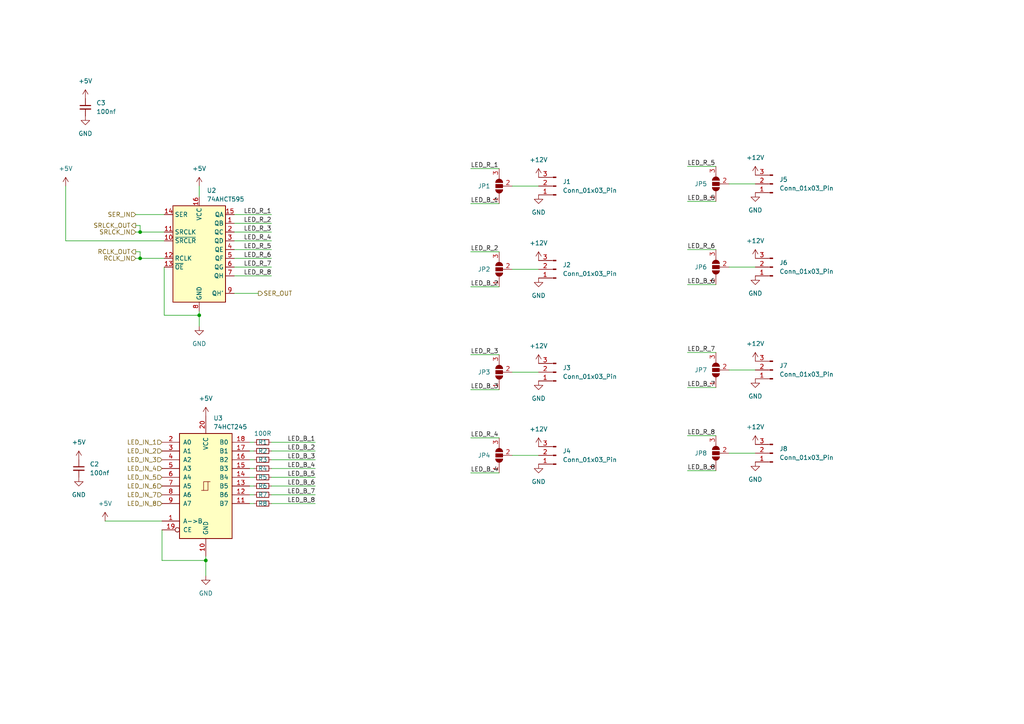
<source format=kicad_sch>
(kicad_sch (version 20230121) (generator eeschema)
  (paper "A4")
  (lib_symbols
    (symbol "74xx:74HC245" (pin_names (offset 1.016))
      (property "Reference" "U" (at -7.62 16.51 0))
      (property "Value" "74HC245" (at -7.62 -16.51 0))
      (symbol "74HC245_1_0"
        (polyline (pts (xy -0.635 -1.27) (xy -0.635 1.27) (xy 0.635 1.27)))
        (polyline (pts (xy -1.27 -1.27) (xy 0.635 -1.27) (xy 0.635 1.27) (xy 1.27 1.27)))
        (pin input line (at -12.7 -10.16 0) (length 5.08) (name "A->B") (number "1"))
        (pin power_in line (at 0 -20.32 90) (length 5.08) (name "GND") (number "10"))
        (pin tri_state line (at 12.7 -5.08 180) (length 5.08) (name "B7") (number "11"))
        (pin tri_state line (at 12.7 -2.54 180) (length 5.08) (name "B6") (number "12"))
        (pin tri_state line (at 12.7 0 180) (length 5.08) (name "B5") (number "13"))
        (pin tri_state line (at 12.7 2.54 180) (length 5.08) (name "B4") (number "14"))
        (pin tri_state line (at 12.7 5.08 180) (length 5.08) (name "B3") (number "15"))
        (pin tri_state line (at 12.7 7.62 180) (length 5.08) (name "B2") (number "16"))
        (pin tri_state line (at 12.7 10.16 180) (length 5.08) (name "B1") (number "17"))
        (pin tri_state line (at 12.7 12.7 180) (length 5.08) (name "B0") (number "18"))
        (pin input inverted (at -12.7 -12.7 0) (length 5.08) (name "CE") (number "19"))
        (pin tri_state line (at -12.7 12.7 0) (length 5.08) (name "A0") (number "2"))
        (pin power_in line (at 0 20.32 270) (length 5.08) (name "VCC") (number "20"))
        (pin tri_state line (at -12.7 10.16 0) (length 5.08) (name "A1") (number "3"))
        (pin tri_state line (at -12.7 7.62 0) (length 5.08) (name "A2") (number "4"))
        (pin tri_state line (at -12.7 5.08 0) (length 5.08) (name "A3") (number "5"))
        (pin tri_state line (at -12.7 2.54 0) (length 5.08) (name "A4") (number "6"))
        (pin tri_state line (at -12.7 0 0) (length 5.08) (name "A5") (number "7"))
        (pin tri_state line (at -12.7 -2.54 0) (length 5.08) (name "A6") (number "8"))
        (pin tri_state line (at -12.7 -5.08 0) (length 5.08) (name "A7") (number "9"))
      )
      (symbol "74HC245_1_1"
        (rectangle (start -7.62 15.24) (end 7.62 -15.24) (stroke (width 0.254)) (fill (type background)))
      )
    )
    (symbol "74xx:74HCT595"
      (property "Reference" "U" (at -7.62 13.97 0))
      (property "Value" "74HCT595" (at -7.62 -16.51 0))
      (symbol "74HCT595_1_0"
        (pin tri_state line (at 10.16 7.62 180) (length 2.54) (name "QB") (number "1"))
        (pin input line (at -10.16 2.54 0) (length 2.54) (name "~{SRCLR}") (number "10"))
        (pin input line (at -10.16 5.08 0) (length 2.54) (name "SRCLK") (number "11"))
        (pin input line (at -10.16 -2.54 0) (length 2.54) (name "RCLK") (number "12"))
        (pin input line (at -10.16 -5.08 0) (length 2.54) (name "~{OE}") (number "13"))
        (pin input line (at -10.16 10.16 0) (length 2.54) (name "SER") (number "14"))
        (pin tri_state line (at 10.16 10.16 180) (length 2.54) (name "QA") (number "15"))
        (pin power_in line (at 0 15.24 270) (length 2.54) (name "VCC") (number "16"))
        (pin tri_state line (at 10.16 5.08 180) (length 2.54) (name "QC") (number "2"))
        (pin tri_state line (at 10.16 2.54 180) (length 2.54) (name "QD") (number "3"))
        (pin tri_state line (at 10.16 0 180) (length 2.54) (name "QE") (number "4"))
        (pin tri_state line (at 10.16 -2.54 180) (length 2.54) (name "QF") (number "5"))
        (pin tri_state line (at 10.16 -5.08 180) (length 2.54) (name "QG") (number "6"))
        (pin tri_state line (at 10.16 -7.62 180) (length 2.54) (name "QH") (number "7"))
        (pin power_in line (at 0 -17.78 90) (length 2.54) (name "GND") (number "8"))
        (pin output line (at 10.16 -12.7 180) (length 2.54) (name "QH'") (number "9"))
      )
      (symbol "74HCT595_1_1"
        (rectangle (start -7.62 12.7) (end 7.62 -15.24) (stroke (width 0.254)) (fill (type background)))
      )
    )
    (symbol "Connector:Conn_01x03_Pin" (pin_names (offset 1.016) hide)
      (property "Reference" "J" (at 0 5.08 0))
      (property "Value" "Conn_01x03_Pin" (at 0 -5.08 0))
      (symbol "Conn_01x03_Pin_1_1"
        (polyline (pts (xy 1.27 -2.54) (xy 0.8636 -2.54)) (stroke (width 0.1524)))
        (polyline (pts (xy 1.27 0) (xy 0.8636 0)) (stroke (width 0.1524)))
        (polyline (pts (xy 1.27 2.54) (xy 0.8636 2.54)) (stroke (width 0.1524)))
        (rectangle (start 0.8636 -2.413) (end 0 -2.667) (stroke (width 0.1524)) (fill (type outline)))
        (rectangle (start 0.8636 0.127) (end 0 -0.127) (stroke (width 0.1524)) (fill (type outline)))
        (rectangle (start 0.8636 2.667) (end 0 2.413) (stroke (width 0.1524)) (fill (type outline)))
        (pin passive line (at 5.08 2.54 180) (length 3.81) (name "Pin_1") (number "1"))
        (pin passive line (at 5.08 0 180) (length 3.81) (name "Pin_2") (number "2"))
        (pin passive line (at 5.08 -2.54 180) (length 3.81) (name "Pin_3") (number "3"))
      )
    )
    (symbol "Device:C_Small" (pin_numbers hide) (pin_names (offset 0.254) hide)
      (property "Reference" "C" (at 0.254 1.778 0))
      (property "Value" "C_Small" (at 0.254 -2.032 0))
      (symbol "C_Small_0_1"
        (polyline (pts (xy -1.524 -0.508) (xy 1.524 -0.508)) (stroke (width 0.3302)))
        (polyline (pts (xy -1.524 0.508) (xy 1.524 0.508)) (stroke (width 0.3048)))
      )
      (symbol "C_Small_1_1"
        (pin passive line (at 0 2.54 270) (length 2.032) (name "~") (number "1"))
        (pin passive line (at 0 -2.54 90) (length 2.032) (name "~") (number "2"))
      )
    )
    (symbol "Device:R_Small" (pin_numbers hide) (pin_names (offset 0.254) hide)
      (property "Reference" "R" (at 0.762 0.508 0))
      (property "Value" "R_Small" (at 0.762 -1.016 0))
      (symbol "R_Small_0_1"
        (rectangle (start -0.762 1.778) (end 0.762 -1.778) (stroke (width 0.2032)))
      )
      (symbol "R_Small_1_1"
        (pin passive line (at 0 2.54 270) (length 0.762) (name "~") (number "1"))
        (pin passive line (at 0 -2.54 90) (length 0.762) (name "~") (number "2"))
      )
    )
    (symbol "Jumper:SolderJumper_3_Open" (pin_names (offset 0) hide)
      (property "Reference" "JP" (at -2.54 -2.54 0))
      (property "Value" "SolderJumper_3_Open" (at 0 2.794 0))
      (symbol "SolderJumper_3_Open_0_1"
        (arc (start -1.016 1.016) (mid -2.0276 0) (end -1.016 -1.016))
        (arc (start -1.016 1.016) (mid -2.0276 0) (end -1.016 -1.016) (fill (type outline)))
        (rectangle (start -0.508 1.016) (end 0.508 -1.016) (fill (type outline)))
        (polyline (pts (xy -2.54 0) (xy -2.032 0)))
        (polyline (pts (xy -1.016 1.016) (xy -1.016 -1.016)))
        (polyline (pts (xy 0 -1.27) (xy 0 -1.016)))
        (polyline (pts (xy 1.016 1.016) (xy 1.016 -1.016)))
        (polyline (pts (xy 2.54 0) (xy 2.032 0)))
        (arc (start 1.016 -1.016) (mid 2.0276 0) (end 1.016 1.016))
        (arc (start 1.016 -1.016) (mid 2.0276 0) (end 1.016 1.016) (fill (type outline)))
      )
      (symbol "SolderJumper_3_Open_1_1"
        (pin passive line (at -5.08 0 0) (length 2.54) (name "A") (number "1"))
        (pin passive line (at 0 -3.81 90) (length 2.54) (name "C") (number "2"))
        (pin passive line (at 5.08 0 180) (length 2.54) (name "B") (number "3"))
      )
    )
    (symbol "power:+12V" (power) (pin_names (offset 0))
      (property "Value" "+12V" (at 0 3.556 0))
      (symbol "+12V_0_1"
        (polyline (pts (xy -0.762 1.27) (xy 0 2.54)))
        (polyline (pts (xy 0 0) (xy 0 2.54)))
        (polyline (pts (xy 0 2.54) (xy 0.762 1.27)))
      )
      (symbol "+12V_1_1"
        (pin power_in line (at 0 0 90) (length 0) hide (name "+12V") (number "1"))
      )
    )
    (symbol "power:+5V" (power) (pin_names (offset 0))
      (property "Value" "+5V" (at 0 3.556 0))
      (symbol "+5V_0_1"
        (polyline (pts (xy -0.762 1.27) (xy 0 2.54)))
        (polyline (pts (xy 0 0) (xy 0 2.54)))
        (polyline (pts (xy 0 2.54) (xy 0.762 1.27)))
      )
      (symbol "+5V_1_1"
        (pin power_in line (at 0 0 90) (length 0) hide (name "+5V") (number "1"))
      )
    )
    (symbol "power:GND" (power) (pin_names (offset 0))
      (property "Value" "GND" (at 0 -3.81 0))
      (symbol "GND_0_1"
        (polyline (pts (xy 0 0) (xy 0 -1.27) (xy 1.27 -1.27) (xy 0 -2.54) (xy -1.27 -1.27) (xy 0 -1.27)))
      )
      (symbol "GND_1_1"
        (pin power_in line (at 0 0 270) (length 0) hide (name "GND") (number "1"))
      )
    )
  )
  (junction (at 40.64 74.93))
  (junction (at 59.69 162.56))
  (junction (at 40.64 67.31))
  (junction (at 57.785 91.44))
  (wire (pts (xy 73.66 130.81) (xy 72.39 130.81)))
  (wire (pts (xy 136.525 127) (xy 144.78 127)))
  (wire (pts (xy 148.59 53.975) (xy 156.21 53.975)))
  (wire (pts (xy 47.625 77.47) (xy 47.625 91.44)))
  (wire (pts (xy 211.455 107.315) (xy 219.075 107.315)))
  (wire (pts (xy 136.525 113.03) (xy 144.78 113.03)))
  (wire (pts (xy 91.44 130.81) (xy 78.74 130.81)))
  (wire (pts (xy 73.66 138.43) (xy 72.39 138.43)))
  (wire (pts (xy 136.525 73.025) (xy 144.78 73.025)))
  (wire (pts (xy 39.37 73.025) (xy 40.64 73.025)))
  (wire (pts (xy 136.525 59.055) (xy 144.78 59.055)))
  (wire (pts (xy 78.74 80.01) (xy 67.945 80.01)))
  (wire (pts (xy 199.39 102.235) (xy 207.645 102.235)))
  (wire (pts (xy 199.39 126.365) (xy 207.645 126.365)))
  (wire (pts (xy 78.74 62.23) (xy 67.945 62.23)))
  (wire (pts (xy 199.39 82.55) (xy 207.645 82.55)))
  (wire (pts (xy 136.525 48.895) (xy 144.78 48.895)))
  (wire (pts (xy 148.59 78.105) (xy 156.21 78.105)))
  (wire (pts (xy 199.39 112.395) (xy 207.645 112.395)))
  (wire (pts (xy 40.64 73.025) (xy 40.64 74.93)))
  (wire (pts (xy 78.74 77.47) (xy 67.945 77.47)))
  (wire (pts (xy 40.64 74.93) (xy 47.625 74.93)))
  (wire (pts (xy 148.59 132.08) (xy 156.21 132.08)))
  (wire (pts (xy 73.66 135.89) (xy 72.39 135.89)))
  (wire (pts (xy 91.44 138.43) (xy 78.74 138.43)))
  (wire (pts (xy 148.59 107.95) (xy 156.21 107.95)))
  (wire (pts (xy 73.66 133.35) (xy 72.39 133.35)))
  (wire (pts (xy 30.48 151.13) (xy 46.99 151.13)))
  (wire (pts (xy 91.44 133.35) (xy 78.74 133.35)))
  (wire (pts (xy 57.785 94.615) (xy 57.785 91.44)))
  (wire (pts (xy 57.785 53.975) (xy 57.785 57.15)))
  (wire (pts (xy 199.39 136.525) (xy 207.645 136.525)))
  (wire (pts (xy 199.39 58.42) (xy 207.645 58.42)))
  (wire (pts (xy 136.525 137.16) (xy 144.78 137.16)))
  (wire (pts (xy 199.39 48.26) (xy 207.645 48.26)))
  (wire (pts (xy 73.66 143.51) (xy 72.39 143.51)))
  (wire (pts (xy 78.74 64.77) (xy 67.945 64.77)))
  (wire (pts (xy 136.525 83.185) (xy 144.78 83.185)))
  (wire (pts (xy 78.74 72.39) (xy 67.945 72.39)))
  (wire (pts (xy 91.44 135.89) (xy 78.74 135.89)))
  (wire (pts (xy 19.05 69.85) (xy 47.625 69.85)))
  (wire (pts (xy 78.74 74.93) (xy 67.945 74.93)))
  (wire (pts (xy 136.525 102.87) (xy 144.78 102.87)))
  (wire (pts (xy 91.44 128.27) (xy 78.74 128.27)))
  (wire (pts (xy 91.44 143.51) (xy 78.74 143.51)))
  (wire (pts (xy 78.74 69.85) (xy 67.945 69.85)))
  (wire (pts (xy 40.64 67.31) (xy 47.625 67.31)))
  (wire (pts (xy 91.44 146.05) (xy 78.74 146.05)))
  (wire (pts (xy 78.74 67.31) (xy 67.945 67.31)))
  (wire (pts (xy 91.44 140.97) (xy 78.74 140.97)))
  (wire (pts (xy 74.93 85.09) (xy 67.945 85.09)))
  (wire (pts (xy 47.625 91.44) (xy 57.785 91.44)))
  (wire (pts (xy 46.99 153.67) (xy 46.99 162.56)))
  (wire (pts (xy 39.37 62.23) (xy 47.625 62.23)))
  (wire (pts (xy 39.37 67.31) (xy 40.64 67.31)))
  (wire (pts (xy 73.66 128.27) (xy 72.39 128.27)))
  (wire (pts (xy 57.785 91.44) (xy 57.785 90.17)))
  (wire (pts (xy 59.69 167.005) (xy 59.69 162.56)))
  (wire (pts (xy 211.455 77.47) (xy 219.075 77.47)))
  (wire (pts (xy 199.39 72.39) (xy 207.645 72.39)))
  (wire (pts (xy 211.455 131.445) (xy 219.075 131.445)))
  (wire (pts (xy 39.37 65.405) (xy 40.64 65.405)))
  (wire (pts (xy 73.66 140.97) (xy 72.39 140.97)))
  (wire (pts (xy 19.05 53.975) (xy 19.05 69.85)))
  (wire (pts (xy 39.37 74.93) (xy 40.64 74.93)))
  (wire (pts (xy 40.64 65.405) (xy 40.64 67.31)))
  (wire (pts (xy 211.455 53.34) (xy 219.075 53.34)))
  (wire (pts (xy 46.99 162.56) (xy 59.69 162.56)))
  (wire (pts (xy 59.69 162.56) (xy 59.69 161.29)))
  (wire (pts (xy 73.66 146.05) (xy 72.39 146.05)))
  (label "LED_B_3" (at 136.525 113.03 0))
  (label "LED_B_2" (at 91.44 130.81 180))
  (label "LED_R_6" (at 78.74 74.93 180))
  (label "LED_B_8" (at 91.44 146.05 180))
  (label "LED_R_4" (at 78.74 69.85 180))
  (label "LED_B_4" (at 91.44 135.89 180))
  (label "LED_B_6" (at 199.39 82.55 0))
  (label "LED_R_5" (at 78.74 72.39 180))
  (label "LED_R_8" (at 199.39 126.365 0))
  (label "LED_B_5" (at 199.39 58.42 0))
  (label "LED_R_1" (at 136.525 48.895 0))
  (label "LED_B_2" (at 136.525 83.185 0))
  (label "LED_R_2" (at 78.74 64.77 180))
  (label "LED_R_1" (at 78.74 62.23 180))
  (label "LED_B_1" (at 136.525 59.055 0))
  (label "LED_R_8" (at 78.74 80.01 180))
  (label "LED_R_3" (at 136.525 102.87 0))
  (label "LED_R_5" (at 199.39 48.26 0))
  (label "LED_R_3" (at 78.74 67.31 180))
  (label "LED_R_6" (at 199.39 72.39 0))
  (label "LED_R_4" (at 136.525 127 0))
  (label "LED_R_7" (at 199.39 102.235 0))
  (label "LED_R_7" (at 78.74 77.47 180))
  (label "LED_B_7" (at 199.39 112.395 0))
  (label "LED_R_2" (at 136.525 73.025 0))
  (label "LED_B_6" (at 91.44 140.97 180))
  (label "LED_B_1" (at 91.44 128.27 180))
  (label "LED_B_5" (at 91.44 138.43 180))
  (label "LED_B_4" (at 136.525 137.16 0))
  (label "LED_B_8" (at 199.39 136.525 0))
  (label "LED_B_3" (at 91.44 133.35 180))
  (label "LED_B_7" (at 91.44 143.51 180))
  (hierarchical_label "SER_OUT" (shape output) (at 74.93 85.09 0))
  (hierarchical_label "LED_IN_5" (shape input) (at 46.99 138.43 180))
  (hierarchical_label "LED_IN_1" (shape input) (at 46.99 128.27 180))
  (hierarchical_label "LED_IN_6" (shape input) (at 46.99 140.97 180))
  (hierarchical_label "LED_IN_3" (shape input) (at 46.99 133.35 180))
  (hierarchical_label "RCLK_OUT" (shape output) (at 39.37 73.025 180))
  (hierarchical_label "LED_IN_2" (shape input) (at 46.99 130.81 180))
  (hierarchical_label "LED_IN_8" (shape input) (at 46.99 146.05 180))
  (hierarchical_label "LED_IN_7" (shape input) (at 46.99 143.51 180))
  (hierarchical_label "LED_IN_4" (shape input) (at 46.99 135.89 180))
  (hierarchical_label "SRLCK_IN" (shape input) (at 39.37 67.31 180))
  (hierarchical_label "RCLK_IN" (shape input) (at 39.37 74.93 180))
  (hierarchical_label "SRLCK_OUT" (shape output) (at 39.37 65.405 180))
  (hierarchical_label "SER_IN" (shape input) (at 39.37 62.23 180))
  (symbol (lib_id "power:+5V") (at 19.05 53.975 0) (unit 1)
    (property "Reference" "#PWR010" (effects hide))
    (property "Value" "+5V" (at 19.05 48.895 0))
    (instances (project "PCB" (path "" (reference "#PWR010") (unit 1)) (path "" (reference "#PWR036") (unit 1)) (path "" (reference "#PWR088") (unit 1)) (path "" (reference "#PWR062") (unit 1))))
  )
  (symbol (lib_id "Jumper:SolderJumper_3_Open") (at 207.645 107.315 90) (unit 1)
    (property "Reference" "JP7" (at 205.105 107.315 90) (effects (justify left)))
    (property "Value" "SolderJumper_3_Open" (effects hide))
    (property "Footprint" "Jumper:SolderJumper-3_P1.3mm_Open_RoundedPad1.0x1.5mm_NumberLabels" (effects hide))
    (instances (project "PCB" (path "" (reference "JP7") (unit 1)) (path "" (reference "JP15") (unit 1)) (path "" (reference "JP23") (unit 1)) (path "" (reference "JP31") (unit 1))))
  )
  (symbol (lib_id "power:GND") (at 156.21 80.645 0) (unit 1)
    (property "Reference" "#PWR023" (effects hide))
    (property "Value" "GND" (at 156.21 85.725 0))
    (instances (project "PCB" (path "" (reference "#PWR023") (unit 1)) (path "" (reference "#PWR049") (unit 1)) (path "" (reference "#PWR0101") (unit 1)) (path "" (reference "#PWR075") (unit 1))))
  )
  (symbol (lib_id "Device:R_Small") (at 76.2 130.81 90) (unit 1)
    (property "Reference" "R2" (at 76.2 130.81 90))
    (property "Value" "100R" (effects hide))
    (property "Footprint" "Resistor_SMD:R_0201_0603Metric" (effects hide))
    (instances (project "PCB" (path "" (reference "R2") (unit 1)) (path "" (reference "R10") (unit 1)) (path "" (reference "R26") (unit 1)) (path "" (reference "R18") (unit 1))))
  )
  (symbol (lib_id "Device:R_Small") (at 76.2 138.43 90) (unit 1)
    (property "Reference" "R5" (at 76.2 138.43 90))
    (property "Value" "100R" (effects hide))
    (property "Footprint" "Resistor_SMD:R_0201_0603Metric" (effects hide))
    (instances (project "PCB" (path "" (reference "R5") (unit 1)) (path "" (reference "R13") (unit 1)) (path "" (reference "R29") (unit 1)) (path "" (reference "R21") (unit 1))))
  )
  (symbol (lib_id "Jumper:SolderJumper_3_Open") (at 207.645 77.47 90) (unit 1)
    (property "Reference" "JP6" (at 205.105 77.47 90) (effects (justify left)))
    (property "Value" "SolderJumper_3_Open" (effects hide))
    (property "Footprint" "Jumper:SolderJumper-3_P1.3mm_Open_RoundedPad1.0x1.5mm_NumberLabels" (effects hide))
    (instances (project "PCB" (path "" (reference "JP6") (unit 1)) (path "" (reference "JP14") (unit 1)) (path "" (reference "JP22") (unit 1)) (path "" (reference "JP30") (unit 1))))
  )
  (symbol (lib_id "power:+12V") (at 156.21 75.565 0) (unit 1)
    (property "Reference" "#PWR022" (effects hide))
    (property "Value" "+12V" (at 156.21 70.485 0))
    (instances (project "PCB" (path "" (reference "#PWR022") (unit 1)) (path "" (reference "#PWR048") (unit 1)) (path "" (reference "#PWR0100") (unit 1)) (path "" (reference "#PWR074") (unit 1))))
  )
  (symbol (lib_id "power:+12V") (at 219.075 50.8 0) (unit 1)
    (property "Reference" "#PWR028" (effects hide))
    (property "Value" "+12V" (at 219.075 45.72 0))
    (instances (project "PCB" (path "" (reference "#PWR028") (unit 1)) (path "" (reference "#PWR054") (unit 1)) (path "" (reference "#PWR0106") (unit 1)) (path "" (reference "#PWR080") (unit 1))))
  )
  (symbol (lib_id "Device:R_Small") (at 76.2 133.35 90) (unit 1)
    (property "Reference" "R3" (at 76.2 133.35 90))
    (property "Value" "100R" (effects hide))
    (property "Footprint" "Resistor_SMD:R_0201_0603Metric" (effects hide))
    (instances (project "PCB" (path "" (reference "R3") (unit 1)) (path "" (reference "R11") (unit 1)) (path "" (reference "R27") (unit 1)) (path "" (reference "R19") (unit 1))))
  )
  (symbol (lib_id "Jumper:SolderJumper_3_Open") (at 144.78 107.95 90) (unit 1)
    (property "Reference" "JP3" (at 142.24 107.95 90) (effects (justify left)))
    (property "Value" "SolderJumper_3_Open" (effects hide))
    (property "Footprint" "Jumper:SolderJumper-3_P1.3mm_Open_RoundedPad1.0x1.5mm_NumberLabels" (effects hide))
    (instances (project "PCB" (path "" (reference "JP3") (unit 1)) (path "" (reference "JP11") (unit 1)) (path "" (reference "JP19") (unit 1)) (path "" (reference "JP27") (unit 1))))
  )
  (symbol (lib_id "Jumper:SolderJumper_3_Open") (at 144.78 132.08 90) (unit 1)
    (property "Reference" "JP4" (at 142.24 132.08 90) (effects (justify left)))
    (property "Value" "SolderJumper_3_Open" (effects hide))
    (property "Footprint" "Jumper:SolderJumper-3_P1.3mm_Open_RoundedPad1.0x1.5mm_NumberLabels" (effects hide))
    (instances (project "PCB" (path "" (reference "JP4") (unit 1)) (path "" (reference "JP12") (unit 1)) (path "" (reference "JP20") (unit 1)) (path "" (reference "JP28") (unit 1))))
  )
  (symbol (lib_id "Device:R_Small") (at 76.2 135.89 90) (unit 1)
    (property "Reference" "R4" (at 76.2 135.89 90))
    (property "Value" "100R" (effects hide))
    (property "Footprint" "Resistor_SMD:R_0201_0603Metric" (effects hide))
    (instances (project "PCB" (path "" (reference "R4") (unit 1)) (path "" (reference "R12") (unit 1)) (path "" (reference "R28") (unit 1)) (path "" (reference "R20") (unit 1))))
  )
  (symbol (lib_id "power:+12V") (at 156.21 129.54 0) (unit 1)
    (property "Reference" "#PWR026" (effects hide))
    (property "Value" "+12V" (at 156.21 124.46 0))
    (instances (project "PCB" (path "" (reference "#PWR026") (unit 1)) (path "" (reference "#PWR052") (unit 1)) (path "" (reference "#PWR0104") (unit 1)) (path "" (reference "#PWR078") (unit 1))))
  )
  (symbol (lib_id "Device:R_Small") (at 76.2 143.51 90) (unit 1)
    (property "Reference" "R7" (at 76.2 143.51 90))
    (property "Value" "100R" (effects hide))
    (property "Footprint" "Resistor_SMD:R_0201_0603Metric" (effects hide))
    (instances (project "PCB" (path "" (reference "R7") (unit 1)) (path "" (reference "R15") (unit 1)) (path "" (reference "R31") (unit 1)) (path "" (reference "R23") (unit 1))))
  )
  (symbol (lib_id "power:+12V") (at 156.21 105.41 0) (unit 1)
    (property "Reference" "#PWR024" (effects hide))
    (property "Value" "+12V" (at 156.21 100.33 0))
    (instances (project "PCB" (path "" (reference "#PWR024") (unit 1)) (path "" (reference "#PWR050") (unit 1)) (path "" (reference "#PWR0102") (unit 1)) (path "" (reference "#PWR076") (unit 1))))
  )
  (symbol (lib_id "Connector:Conn_01x03_Pin") (at 224.155 131.445 180) (unit 1)
    (property "Reference" "J8" (at 226.06 130.175 0) (effects (justify right)))
    (property "Value" "Conn_01x03_Pin" (at 226.06 132.715 0) (effects (justify right)))
    (property "Footprint" "Connector_Wire:SolderWire-2.5sqmm_1x03_P7.2mm_D2.4mm_OD3.6mm" (effects hide))
    (instances (project "PCB" (path "" (reference "J8") (unit 1)) (path "" (reference "J16") (unit 1)) (path "" (reference "J32") (unit 1)) (path "" (reference "J24") (unit 1))))
  )
  (symbol (lib_id "power:+12V") (at 219.075 128.905 0) (unit 1)
    (property "Reference" "#PWR034" (effects hide))
    (property "Value" "+12V" (at 219.075 123.825 0))
    (instances (project "PCB" (path "" (reference "#PWR034") (unit 1)) (path "" (reference "#PWR060") (unit 1)) (path "" (reference "#PWR0112") (unit 1)) (path "" (reference "#PWR086") (unit 1))))
  )
  (symbol (lib_id "Device:C_Small") (at 24.765 31.115 0) (unit 1)
    (property "Reference" "C3" (at 27.94 29.8513 0) (effects (justify left)))
    (property "Value" "100nf" (at 27.94 32.3913 0) (effects (justify left)))
    (property "Footprint" "Capacitor_SMD:C_0805_2012Metric_Pad1.18x1.45mm_HandSolder" (effects hide))
    (property "LCSC" "C14663" (effects hide))
    (instances (project "PCB" (path "" (reference "C3") (unit 1)) (path "" (reference "C5") (unit 1)) (path "" (reference "C9") (unit 1)) (path "" (reference "C7") (unit 1))))
  )
  (symbol (lib_id "power:GND") (at 156.21 56.515 0) (unit 1)
    (property "Reference" "#PWR021" (effects hide))
    (property "Value" "GND" (at 156.21 61.595 0))
    (instances (project "PCB" (path "" (reference "#PWR021") (unit 1)) (path "" (reference "#PWR047") (unit 1)) (path "" (reference "#PWR099") (unit 1)) (path "" (reference "#PWR073") (unit 1))))
  )
  (symbol (lib_id "power:GND") (at 22.86 138.43 0) (unit 1)
    (property "Reference" "#PWR012" (effects hide))
    (property "Value" "GND" (at 22.86 143.51 0))
    (instances (project "PCB" (path "" (reference "#PWR012") (unit 1)) (path "" (reference "#PWR038") (unit 1)) (path "" (reference "#PWR090") (unit 1)) (path "" (reference "#PWR064") (unit 1))))
  )
  (symbol (lib_id "power:+5V") (at 24.765 28.575 0) (mirror y) (unit 1)
    (property "Reference" "#PWR013" (effects hide))
    (property "Value" "+5V" (at 24.765 23.495 0))
    (instances (project "PCB" (path "" (reference "#PWR013") (unit 1)) (path "" (reference "#PWR039") (unit 1)) (path "" (reference "#PWR091") (unit 1)) (path "" (reference "#PWR065") (unit 1))))
  )
  (symbol (lib_id "Device:R_Small") (at 76.2 146.05 90) (unit 1)
    (property "Reference" "R8" (at 76.2 146.05 90))
    (property "Value" "100R" (effects hide))
    (property "Footprint" "Resistor_SMD:R_0201_0603Metric" (effects hide))
    (instances (project "PCB" (path "" (reference "R8") (unit 1)) (path "" (reference "R16") (unit 1)) (path "" (reference "R32") (unit 1)) (path "" (reference "R24") (unit 1))))
  )
  (symbol (lib_id "power:+12V") (at 219.075 74.93 0) (unit 1)
    (property "Reference" "#PWR030" (effects hide))
    (property "Value" "+12V" (at 219.075 69.85 0))
    (instances (project "PCB" (path "" (reference "#PWR030") (unit 1)) (path "" (reference "#PWR056") (unit 1)) (path "" (reference "#PWR0108") (unit 1)) (path "" (reference "#PWR082") (unit 1))))
  )
  (symbol (lib_id "Jumper:SolderJumper_3_Open") (at 144.78 78.105 90) (unit 1)
    (property "Reference" "JP2" (at 142.24 78.105 90) (effects (justify left)))
    (property "Value" "SolderJumper_3_Open" (effects hide))
    (property "Footprint" "Jumper:SolderJumper-3_P1.3mm_Open_RoundedPad1.0x1.5mm_NumberLabels" (effects hide))
    (instances (project "PCB" (path "" (reference "JP2") (unit 1)) (path "" (reference "JP10") (unit 1)) (path "" (reference "JP18") (unit 1)) (path "" (reference "JP26") (unit 1))))
  )
  (symbol (lib_id "Jumper:SolderJumper_3_Open") (at 207.645 131.445 90) (unit 1)
    (property "Reference" "JP8" (at 205.105 131.445 90) (effects (justify left)))
    (property "Value" "SolderJumper_3_Open" (effects hide))
    (property "Footprint" "Jumper:SolderJumper-3_P1.3mm_Open_RoundedPad1.0x1.5mm_NumberLabels" (effects hide))
    (instances (project "PCB" (path "" (reference "JP8") (unit 1)) (path "" (reference "JP16") (unit 1)) (path "" (reference "JP24") (unit 1)) (path "" (reference "JP32") (unit 1))))
  )
  (symbol (lib_id "Connector:Conn_01x03_Pin") (at 161.29 53.975 180) (unit 1)
    (property "Reference" "J1" (at 163.195 52.705 0) (effects (justify right)))
    (property "Value" "Conn_01x03_Pin" (at 163.195 55.245 0) (effects (justify right)))
    (property "Footprint" "Connector_Wire:SolderWire-2.5sqmm_1x03_P7.2mm_D2.4mm_OD3.6mm" (effects hide))
    (instances (project "PCB" (path "" (reference "J1") (unit 1)) (path "" (reference "J9") (unit 1)) (path "" (reference "J25") (unit 1)) (path "" (reference "J17") (unit 1))))
  )
  (symbol (lib_id "Connector:Conn_01x03_Pin") (at 224.155 53.34 180) (unit 1)
    (property "Reference" "J5" (at 226.06 52.07 0) (effects (justify right)))
    (property "Value" "Conn_01x03_Pin" (at 226.06 54.61 0) (effects (justify right)))
    (property "Footprint" "Connector_Wire:SolderWire-2.5sqmm_1x03_P7.2mm_D2.4mm_OD3.6mm" (effects hide))
    (instances (project "PCB" (path "" (reference "J5") (unit 1)) (path "" (reference "J13") (unit 1)) (path "" (reference "J29") (unit 1)) (path "" (reference "J21") (unit 1))))
  )
  (symbol (lib_id "power:+12V") (at 156.21 51.435 0) (unit 1)
    (property "Reference" "#PWR020" (effects hide))
    (property "Value" "+12V" (at 156.21 46.355 0))
    (instances (project "PCB" (path "" (reference "#PWR020") (unit 1)) (path "" (reference "#PWR046") (unit 1)) (path "" (reference "#PWR098") (unit 1)) (path "" (reference "#PWR072") (unit 1))))
  )
  (symbol (lib_id "power:GND") (at 219.075 80.01 0) (unit 1)
    (property "Reference" "#PWR031" (effects hide))
    (property "Value" "GND" (at 219.075 85.09 0))
    (instances (project "PCB" (path "" (reference "#PWR031") (unit 1)) (path "" (reference "#PWR057") (unit 1)) (path "" (reference "#PWR0109") (unit 1)) (path "" (reference "#PWR083") (unit 1))))
  )
  (symbol (lib_id "Jumper:SolderJumper_3_Open") (at 207.645 53.34 90) (unit 1)
    (property "Reference" "JP5" (at 205.105 53.34 90) (effects (justify left)))
    (property "Value" "SolderJumper_3_Open" (effects hide))
    (property "Footprint" "Jumper:SolderJumper-3_P1.3mm_Open_RoundedPad1.0x1.5mm_NumberLabels" (effects hide))
    (instances (project "PCB" (path "" (reference "JP5") (unit 1)) (path "" (reference "JP13") (unit 1)) (path "" (reference "JP21") (unit 1)) (path "" (reference "JP29") (unit 1))))
  )
  (symbol (lib_id "power:+5V") (at 30.48 151.13 0) (unit 1)
    (property "Reference" "#PWR015" (effects hide))
    (property "Value" "+5V" (at 30.48 146.05 0))
    (instances (project "PCB" (path "" (reference "#PWR015") (unit 1)) (path "" (reference "#PWR041") (unit 1)) (path "" (reference "#PWR093") (unit 1)) (path "" (reference "#PWR067") (unit 1))))
  )
  (symbol (lib_id "Device:R_Small") (at 76.2 140.97 90) (unit 1)
    (property "Reference" "R6" (at 76.2 140.97 90))
    (property "Value" "100R" (effects hide))
    (property "Footprint" "Resistor_SMD:R_0201_0603Metric" (effects hide))
    (instances (project "PCB" (path "" (reference "R6") (unit 1)) (path "" (reference "R14") (unit 1)) (path "" (reference "R30") (unit 1)) (path "" (reference "R22") (unit 1))))
  )
  (symbol (lib_id "Connector:Conn_01x03_Pin") (at 161.29 107.95 180) (unit 1)
    (property "Reference" "J3" (at 163.195 106.68 0) (effects (justify right)))
    (property "Value" "Conn_01x03_Pin" (at 163.195 109.22 0) (effects (justify right)))
    (property "Footprint" "Connector_Wire:SolderWire-2.5sqmm_1x03_P7.2mm_D2.4mm_OD3.6mm" (effects hide))
    (instances (project "PCB" (path "" (reference "J3") (unit 1)) (path "" (reference "J11") (unit 1)) (path "" (reference "J27") (unit 1)) (path "" (reference "J19") (unit 1))))
  )
  (symbol (lib_id "power:GND") (at 24.765 33.655 0) (unit 1)
    (property "Reference" "#PWR014" (effects hide))
    (property "Value" "GND" (at 24.765 38.735 0))
    (instances (project "PCB" (path "" (reference "#PWR014") (unit 1)) (path "" (reference "#PWR040") (unit 1)) (path "" (reference "#PWR092") (unit 1)) (path "" (reference "#PWR066") (unit 1))))
  )
  (symbol (lib_id "Connector:Conn_01x03_Pin") (at 224.155 107.315 180) (unit 1)
    (property "Reference" "J7" (at 226.06 106.045 0) (effects (justify right)))
    (property "Value" "Conn_01x03_Pin" (at 226.06 108.585 0) (effects (justify right)))
    (property "Footprint" "Connector_Wire:SolderWire-2.5sqmm_1x03_P7.2mm_D2.4mm_OD3.6mm" (effects hide))
    (instances (project "PCB" (path "" (reference "J7") (unit 1)) (path "" (reference "J15") (unit 1)) (path "" (reference "J31") (unit 1)) (path "" (reference "J23") (unit 1))))
  )
  (symbol (lib_id "power:GND") (at 57.785 94.615 0) (unit 1)
    (property "Reference" "#PWR017" (effects hide))
    (property "Value" "GND" (at 57.785 99.695 0))
    (instances (project "PCB" (path "" (reference "#PWR017") (unit 1)) (path "" (reference "#PWR043") (unit 1)) (path "" (reference "#PWR095") (unit 1)) (path "" (reference "#PWR069") (unit 1))))
  )
  (symbol (lib_id "Device:C_Small") (at 22.86 135.89 0) (unit 1)
    (property "Reference" "C2" (at 26.035 134.6263 0) (effects (justify left)))
    (property "Value" "100nf" (at 26.035 137.1663 0) (effects (justify left)))
    (property "Footprint" "Capacitor_SMD:C_0805_2012Metric_Pad1.18x1.45mm_HandSolder" (effects hide))
    (property "LCSC" "C14663" (effects hide))
    (instances (project "PCB" (path "" (reference "C2") (unit 1)) (path "" (reference "C4") (unit 1)) (path "" (reference "C8") (unit 1)) (path "" (reference "C6") (unit 1))))
  )
  (symbol (lib_id "power:+12V") (at 219.075 104.775 0) (unit 1)
    (property "Reference" "#PWR032" (effects hide))
    (property "Value" "+12V" (at 219.075 99.695 0))
    (instances (project "PCB" (path "" (reference "#PWR032") (unit 1)) (path "" (reference "#PWR058") (unit 1)) (path "" (reference "#PWR0110") (unit 1)) (path "" (reference "#PWR084") (unit 1))))
  )
  (symbol (lib_id "power:GND") (at 219.075 55.88 0) (unit 1)
    (property "Reference" "#PWR029" (effects hide))
    (property "Value" "GND" (at 219.075 60.96 0))
    (instances (project "PCB" (path "" (reference "#PWR029") (unit 1)) (path "" (reference "#PWR055") (unit 1)) (path "" (reference "#PWR0107") (unit 1)) (path "" (reference "#PWR081") (unit 1))))
  )
  (symbol (lib_id "power:GND") (at 59.69 167.005 0) (unit 1)
    (property "Reference" "#PWR019" (effects hide))
    (property "Value" "GND" (at 59.69 172.085 0))
    (instances (project "PCB" (path "" (reference "#PWR019") (unit 1)) (path "" (reference "#PWR045") (unit 1)) (path "" (reference "#PWR097") (unit 1)) (path "" (reference "#PWR071") (unit 1))))
  )
  (symbol (lib_id "power:+5V") (at 22.86 133.35 0) (mirror y) (unit 1)
    (property "Reference" "#PWR011" (effects hide))
    (property "Value" "+5V" (at 22.86 128.27 0))
    (instances (project "PCB" (path "" (reference "#PWR011") (unit 1)) (path "" (reference "#PWR037") (unit 1)) (path "" (reference "#PWR089") (unit 1)) (path "" (reference "#PWR063") (unit 1))))
  )
  (symbol (lib_id "Connector:Conn_01x03_Pin") (at 161.29 132.08 180) (unit 1)
    (property "Reference" "J4" (at 163.195 130.81 0) (effects (justify right)))
    (property "Value" "Conn_01x03_Pin" (at 163.195 133.35 0) (effects (justify right)))
    (property "Footprint" "Connector_Wire:SolderWire-2.5sqmm_1x03_P7.2mm_D2.4mm_OD3.6mm" (effects hide))
    (instances (project "PCB" (path "" (reference "J4") (unit 1)) (path "" (reference "J12") (unit 1)) (path "" (reference "J28") (unit 1)) (path "" (reference "J20") (unit 1))))
  )
  (symbol (lib_id "power:GND") (at 156.21 134.62 0) (unit 1)
    (property "Reference" "#PWR027" (effects hide))
    (property "Value" "GND" (at 156.21 139.7 0))
    (instances (project "PCB" (path "" (reference "#PWR027") (unit 1)) (path "" (reference "#PWR053") (unit 1)) (path "" (reference "#PWR0105") (unit 1)) (path "" (reference "#PWR079") (unit 1))))
  )
  (symbol (lib_id "power:GND") (at 219.075 109.855 0) (unit 1)
    (property "Reference" "#PWR033" (effects hide))
    (property "Value" "GND" (at 219.075 114.935 0))
    (instances (project "PCB" (path "" (reference "#PWR033") (unit 1)) (path "" (reference "#PWR059") (unit 1)) (path "" (reference "#PWR0111") (unit 1)) (path "" (reference "#PWR085") (unit 1))))
  )
  (symbol (lib_id "power:+5V") (at 59.69 120.65 0) (unit 1)
    (property "Reference" "#PWR018" (effects hide))
    (property "Value" "+5V" (at 59.69 115.57 0))
    (instances (project "PCB" (path "" (reference "#PWR018") (unit 1)) (path "" (reference "#PWR044") (unit 1)) (path "" (reference "#PWR096") (unit 1)) (path "" (reference "#PWR070") (unit 1))))
  )
  (symbol (lib_id "Connector:Conn_01x03_Pin") (at 161.29 78.105 180) (unit 1)
    (property "Reference" "J2" (at 163.195 76.835 0) (effects (justify right)))
    (property "Value" "Conn_01x03_Pin" (at 163.195 79.375 0) (effects (justify right)))
    (property "Footprint" "Connector_Wire:SolderWire-2.5sqmm_1x03_P7.2mm_D2.4mm_OD3.6mm" (effects hide))
    (instances (project "PCB" (path "" (reference "J2") (unit 1)) (path "" (reference "J10") (unit 1)) (path "" (reference "J26") (unit 1)) (path "" (reference "J18") (unit 1))))
  )
  (symbol (lib_id "Device:R_Small") (at 76.2 128.27 90) (unit 1)
    (property "Reference" "R1" (at 76.2 128.27 90))
    (property "Value" "100R" (at 76.2 125.73 90))
    (property "Footprint" "Resistor_SMD:R_0201_0603Metric" (effects hide))
    (instances (project "PCB" (path "" (reference "R1") (unit 1)) (path "" (reference "R9") (unit 1)) (path "" (reference "R25") (unit 1)) (path "" (reference "R17") (unit 1))))
  )
  (symbol (lib_id "power:+5V") (at 57.785 53.975 0) (mirror y) (unit 1)
    (property "Reference" "#PWR016" (effects hide))
    (property "Value" "+5V" (at 57.785 48.895 0))
    (instances (project "PCB" (path "" (reference "#PWR016") (unit 1)) (path "" (reference "#PWR042") (unit 1)) (path "" (reference "#PWR094") (unit 1)) (path "" (reference "#PWR068") (unit 1))))
  )
  (symbol (lib_id "Connector:Conn_01x03_Pin") (at 224.155 77.47 180) (unit 1)
    (property "Reference" "J6" (at 226.06 76.2 0) (effects (justify right)))
    (property "Value" "Conn_01x03_Pin" (at 226.06 78.74 0) (effects (justify right)))
    (property "Footprint" "Connector_Wire:SolderWire-2.5sqmm_1x03_P7.2mm_D2.4mm_OD3.6mm" (effects hide))
    (instances (project "PCB" (path "" (reference "J6") (unit 1)) (path "" (reference "J14") (unit 1)) (path "" (reference "J30") (unit 1)) (path "" (reference "J22") (unit 1))))
  )
  (symbol (lib_id "power:GND") (at 156.21 110.49 0) (unit 1)
    (property "Reference" "#PWR025" (effects hide))
    (property "Value" "GND" (at 156.21 115.57 0))
    (instances (project "PCB" (path "" (reference "#PWR025") (unit 1)) (path "" (reference "#PWR051") (unit 1)) (path "" (reference "#PWR0103") (unit 1)) (path "" (reference "#PWR077") (unit 1))))
  )
  (symbol (lib_id "74xx:74HC245") (at 59.69 140.97 0) (unit 1)
    (property "Reference" "U3" (at 61.8841 121.285 0) (effects (justify left)))
    (property "Value" "74HCT245" (at 61.8841 123.825 0) (effects (justify left)))
    (property "Footprint" "Package_SO:TSSOP-20_4.4x6.5mm_P0.65mm" (effects hide))
    (property "Datasheet" "http://www.ti.com/lit/gpn/sn74HCT245" (effects hide))
    (instances (project "PCB" (path "" (reference "U3") (unit 1)) (path "" (reference "U5") (unit 1)) (path "" (reference "U9") (unit 1)) (path "" (reference "U7") (unit 1))))
  )
  (symbol (lib_id "power:GND") (at 219.075 133.985 0) (unit 1)
    (property "Reference" "#PWR035" (effects hide))
    (property "Value" "GND" (at 219.075 139.065 0))
    (instances (project "PCB" (path "" (reference "#PWR035") (unit 1)) (path "" (reference "#PWR061") (unit 1)) (path "" (reference "#PWR0113") (unit 1)) (path "" (reference "#PWR087") (unit 1))))
  )
  (symbol (lib_id "74xx:74HCT595") (at 57.785 72.39 0) (unit 1)
    (property "Reference" "U2" (at 59.9791 55.245 0) (effects (justify left)))
    (property "Value" "74AHCT595" (at 59.9791 57.785 0) (effects (justify left)))
    (property "Footprint" "Package_SO:TSSOP-16_4.4x5mm_P0.65mm" (effects hide))
    (property "Datasheet" "https://www.ti.com/lit/ds/symlink/sn74ahct595.pdf?ts=1706702305738&ref_url=https%253A%252F%252Fwww.google.com%252F" (effects hide))
    (instances (project "PCB" (path "" (reference "U2") (unit 1)) (path "" (reference "U4") (unit 1)) (path "" (reference "U8") (unit 1)) (path "" (reference "U6") (unit 1))))
  )
  (symbol (lib_id "Jumper:SolderJumper_3_Open") (at 144.78 53.975 90) (unit 1)
    (property "Reference" "JP1" (at 142.24 53.975 90) (effects (justify left)))
    (property "Value" "SolderJumper_3_Open" (effects hide))
    (property "Footprint" "Jumper:SolderJumper-3_P1.3mm_Open_RoundedPad1.0x1.5mm_NumberLabels" (effects hide))
    (instances (project "PCB" (path "" (reference "JP1") (unit 1)) (path "" (reference "JP9") (unit 1)) (path "" (reference "JP17") (unit 1)) (path "" (reference "JP25") (unit 1))))
  )
)
</source>
